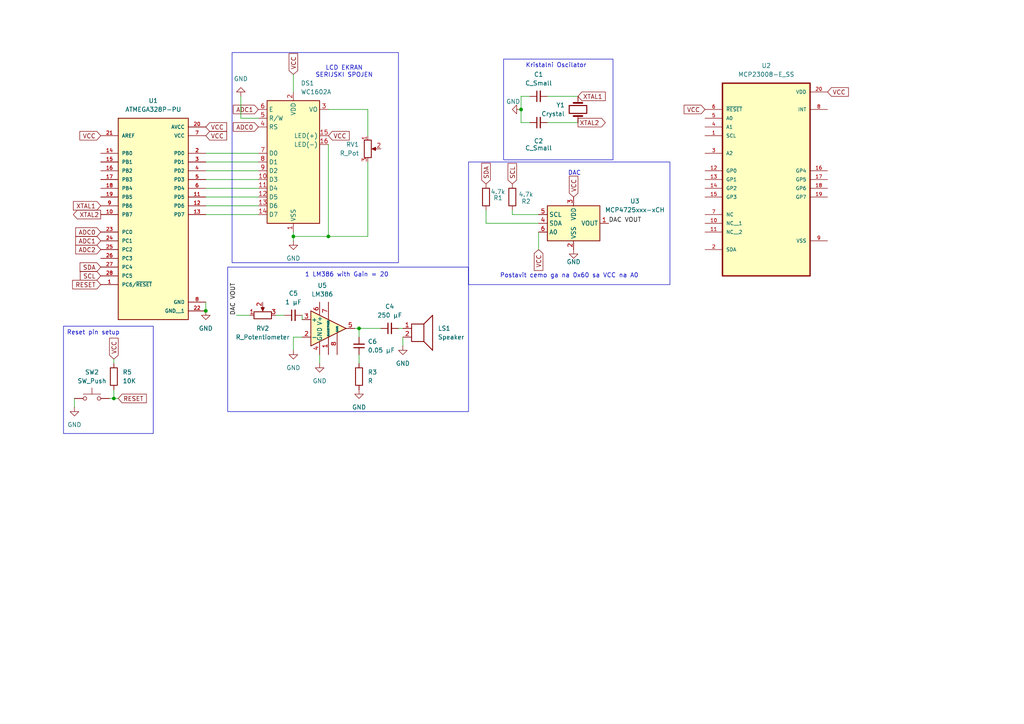
<source format=kicad_sch>
(kicad_sch (version 20250114) (generator "eeschema") (generator_version "9.0")
  (paper "A4")
  (lib_symbols
    (symbol "ATMEGA328P-PU:ATMEGA328P-PU" (pin_names (offset 1.016))
      (property "Reference" "U" (at -10.1706 28.9861 0))
      (property "Value" "ATMEGA328P-PU" (at -10.168 -34.0607 0))
      (symbol "ATMEGA328P-PU_0_0"
        (rectangle (start -10.16 -30.48) (end 10.16 27.94) (stroke (width 0.254)) (fill (type background)))
        (pin input line (at -15.24 22.86 0) (length 5.08) (name "AREF") (number "21"))
        (pin bidirectional line (at -15.24 17.78 0) (length 5.08) (name "PB0") (number "14"))
        (pin bidirectional line (at -15.24 15.24 0) (length 5.08) (name "PB1") (number "15"))
        (pin bidirectional line (at -15.24 12.7 0) (length 5.08) (name "PB2") (number "16"))
        (pin bidirectional line (at -15.24 10.16 0) (length 5.08) (name "PB3") (number "17"))
        (pin bidirectional line (at -15.24 7.62 0) (length 5.08) (name "PB4") (number "18"))
        (pin bidirectional line (at -15.24 5.08 0) (length 5.08) (name "PB5") (number "19"))
        (pin bidirectional line (at -15.24 2.54 0) (length 5.08) (name "PB6") (number "9"))
        (pin bidirectional line (at -15.24 0 0) (length 5.08) (name "PB7") (number "10"))
        (pin bidirectional line (at -15.24 -5.08 0) (length 5.08) (name "PC0") (number "23"))
        (pin bidirectional line (at -15.24 -7.62 0) (length 5.08) (name "PC1") (number "24"))
        (pin bidirectional line (at -15.24 -10.16 0) (length 5.08) (name "PC2") (number "25"))
        (pin bidirectional line (at -15.24 -12.7 0) (length 5.08) (name "PC3") (number "26"))
        (pin bidirectional line (at -15.24 -15.24 0) (length 5.08) (name "PC4") (number "27"))
        (pin bidirectional line (at -15.24 -17.78 0) (length 5.08) (name "PC5") (number "28"))
        (pin bidirectional line (at -15.24 -20.32 0) (length 5.08) (name "PC6/~{RESET}") (number "1"))
        (pin power_in line (at 15.24 25.4 180) (length 5.08) (name "AVCC") (number "20"))
        (pin power_in line (at 15.24 22.86 180) (length 5.08) (name "VCC") (number "7"))
        (pin bidirectional line (at 15.24 17.78 180) (length 5.08) (name "PD0") (number "2"))
        (pin bidirectional line (at 15.24 15.24 180) (length 5.08) (name "PD1") (number "3"))
        (pin bidirectional line (at 15.24 12.7 180) (length 5.08) (name "PD2") (number "4"))
        (pin bidirectional line (at 15.24 10.16 180) (length 5.08) (name "PD3") (number "5"))
        (pin bidirectional line (at 15.24 7.62 180) (length 5.08) (name "PD4") (number "6"))
        (pin bidirectional line (at 15.24 5.08 180) (length 5.08) (name "PD5") (number "11"))
        (pin bidirectional line (at 15.24 2.54 180) (length 5.08) (name "PD6") (number "12"))
        (pin bidirectional line (at 15.24 0 180) (length 5.08) (name "PD7") (number "13"))
        (pin power_in line (at 15.24 -25.4 180) (length 5.08) (name "GND") (number "8"))
        (pin power_in line (at 15.24 -27.94 180) (length 5.08) (name "GND__1") (number "22"))
      )
    )
    (symbol "Amplifier_Audio:LM386" (pin_names (offset 0.127))
      (property "Reference" "U" (at 1.27 7.62 0))
      (property "Value" "LM386" (at 1.27 5.08 0))
      (symbol "LM386_0_1"
        (polyline (pts (xy 5.08 0) (xy -5.08 5.08) (xy -5.08 -5.08) (xy 5.08 0)) (stroke (width 0.254)) (fill (type background)))
      )
      (symbol "LM386_1_1"
        (pin input line (at -7.62 2.54 0) (length 2.54) (name "+") (number "3"))
        (pin input line (at -7.62 -2.54 0) (length 2.54) (name "-") (number "2"))
        (pin power_in line (at -2.54 7.62 270) (length 3.81) (name "V+") (number "6"))
        (pin power_in line (at -2.54 -7.62 90) (length 3.81) (name "GND") (number "4"))
        (pin input line (at 0 7.62 270) (length 5.08) (name "BYPASS") (number "7"))
        (pin input line (at 0 -7.62 90) (length 5.08) (name "GAIN") (number "1"))
        (pin input line (at 2.54 -7.62 90) (length 6.35) (name "GAIN") (number "8"))
        (pin output line (at 7.62 0 180) (length 2.54) (name "~") (number "5"))
      )
    )
    (symbol "Analog_DAC:MCP4725xxx-xCH"
      (property "Reference" "U" (at -6.35 6.35 0))
      (property "Value" "MCP4725xxx-xCH" (at 8.89 6.35 0))
      (symbol "MCP4725xxx-xCH_0_1"
        (rectangle (start -7.62 5.08) (end 7.62 -5.08) (stroke (width 0.254)) (fill (type background)))
      )
      (symbol "MCP4725xxx-xCH_1_1"
        (pin input line (at -10.16 2.54 0) (length 2.54) (name "SCL") (number "5"))
        (pin bidirectional line (at -10.16 0 0) (length 2.54) (name "SDA") (number "4"))
        (pin input line (at -10.16 -2.54 0) (length 2.54) (name "A0") (number "6"))
        (pin power_in line (at 0 7.62 270) (length 2.54) (name "VDD") (number "3"))
        (pin power_in line (at 0 -7.62 90) (length 2.54) (name "VSS") (number "2"))
        (pin output line (at 10.16 0 180) (length 2.54) (name "VOUT") (number "1"))
      )
    )
    (symbol "Device:C_Small" (pin_numbers (hide yes)) (pin_names (offset 0.254) (hide yes))
      (property "Reference" "C" (at 0.254 1.778 0))
      (property "Value" "C_Small" (at 0.254 -2.032 0))
      (symbol "C_Small_0_1"
        (polyline (pts (xy -1.524 0.508) (xy 1.524 0.508)) (stroke (width 0.3048)))
        (polyline (pts (xy -1.524 -0.508) (xy 1.524 -0.508)) (stroke (width 0.3302)))
      )
      (symbol "C_Small_1_1"
        (pin passive line (at 0 2.54 270) (length 2.032) (name "~") (number "1"))
        (pin passive line (at 0 -2.54 90) (length 2.032) (name "~") (number "2"))
      )
    )
    (symbol "Device:Crystal" (pin_numbers (hide yes)) (pin_names (offset 1.016) (hide yes))
      (property "Reference" "Y" (at 0 3.81 0))
      (property "Value" "Crystal" (at 0 -3.81 0))
      (symbol "Crystal_0_1"
        (polyline (pts (xy -2.54 0) (xy -1.905 0)))
        (polyline (pts (xy -1.905 -1.27) (xy -1.905 1.27)) (stroke (width 0.508)))
        (rectangle (start -1.143 2.54) (end 1.143 -2.54) (stroke (width 0.3048)))
        (polyline (pts (xy 1.905 -1.27) (xy 1.905 1.27)) (stroke (width 0.508)))
        (polyline (pts (xy 2.54 0) (xy 1.905 0)))
      )
      (symbol "Crystal_1_1"
        (pin passive line (at -3.81 0 0) (length 1.27) (name "1") (number "1"))
        (pin passive line (at 3.81 0 180) (length 1.27) (name "2") (number "2"))
      )
    )
    (symbol "Device:R" (pin_numbers (hide yes)) (pin_names (offset 0))
      (property "Reference" "R" (at 2.032 0 90))
      (property "Value" "R" (at 0 0 90))
      (symbol "R_0_1"
        (rectangle (start -1.016 -2.54) (end 1.016 2.54) (stroke (width 0.254)))
      )
      (symbol "R_1_1"
        (pin passive line (at 0 3.81 270) (length 1.27) (name "~") (number "1"))
        (pin passive line (at 0 -3.81 90) (length 1.27) (name "~") (number "2"))
      )
    )
    (symbol "Device:R_Potentiometer" (pin_names (offset 1.016) (hide yes))
      (property "Reference" "RV" (at -4.445 0 90))
      (property "Value" "R_Potentiometer" (at -2.54 0 90))
      (symbol "R_Potentiometer_0_1"
        (rectangle (start 1.016 2.54) (end -1.016 -2.54) (stroke (width 0.254)))
        (polyline (pts (xy 1.143 0) (xy 2.286 0.508) (xy 2.286 -0.508) (xy 1.143 0)) (fill (type outline)))
        (polyline (pts (xy 2.54 0) (xy 1.524 0)))
      )
      (symbol "R_Potentiometer_1_1"
        (pin passive line (at 0 3.81 270) (length 1.27) (name "1") (number "1"))
        (pin passive line (at 0 -3.81 90) (length 1.27) (name "3") (number "3"))
        (pin passive line (at 3.81 0 180) (length 1.27) (name "2") (number "2"))
      )
    )
    (symbol "Device:Speaker" (pin_names (offset 0) (hide yes))
      (property "Reference" "LS" (at 1.27 5.715 0))
      (property "Value" "Speaker" (at 1.27 3.81 0))
      (symbol "Speaker_0_0"
        (rectangle (start -2.54 1.27) (end 1.016 -3.81) (stroke (width 0.254)))
        (polyline (pts (xy 1.016 1.27) (xy 3.556 3.81) (xy 3.556 -6.35) (xy 1.016 -3.81)) (stroke (width 0.254)))
      )
      (symbol "Speaker_1_1"
        (pin input line (at -5.08 0 0) (length 2.54) (name "1") (number "1"))
        (pin input line (at -5.08 -2.54 0) (length 2.54) (name "2") (number "2"))
      )
    )
    (symbol "Display_Character:WC1602A"
      (property "Reference" "DS" (at -5.842 19.05 0))
      (property "Value" "WC1602A" (at 5.334 19.05 0))
      (symbol "WC1602A_1_1"
        (rectangle (start -7.62 17.78) (end 7.62 -17.78) (stroke (width 0.254)) (fill (type background)))
        (pin input line (at -10.16 15.24 0) (length 2.54) (name "E") (number "6"))
        (pin input line (at -10.16 12.7 0) (length 2.54) (name "R/W") (number "5"))
        (pin input line (at -10.16 10.16 0) (length 2.54) (name "RS") (number "4"))
        (pin input line (at -10.16 2.54 0) (length 2.54) (name "D0") (number "7"))
        (pin input line (at -10.16 0 0) (length 2.54) (name "D1") (number "8"))
        (pin input line (at -10.16 -2.54 0) (length 2.54) (name "D2") (number "9"))
        (pin input line (at -10.16 -5.08 0) (length 2.54) (name "D3") (number "10"))
        (pin input line (at -10.16 -7.62 0) (length 2.54) (name "D4") (number "11"))
        (pin input line (at -10.16 -10.16 0) (length 2.54) (name "D5") (number "12"))
        (pin input line (at -10.16 -12.7 0) (length 2.54) (name "D6") (number "13"))
        (pin input line (at -10.16 -15.24 0) (length 2.54) (name "D7") (number "14"))
        (pin power_in line (at 0 20.32 270) (length 2.54) (name "VDD") (number "2"))
        (pin power_in line (at 0 -20.32 90) (length 2.54) (name "VSS") (number "1"))
        (pin input line (at 10.16 15.24 180) (length 2.54) (name "VO") (number "3"))
        (pin power_in line (at 10.16 7.62 180) (length 2.54) (name "LED(+)") (number "15"))
        (pin power_in line (at 10.16 5.08 180) (length 2.54) (name "LED(-)") (number "16"))
      )
    )
    (symbol "MCP23008-E_SS:MCP23008-E_SS" (pin_names (offset 1.016))
      (property "Reference" "U" (at -12.7 26.4 0))
      (property "Value" "MCP23008-E_SS" (at -12.7 -34.48 0))
      (symbol "MCP23008-E_SS_0_0"
        (rectangle (start -12.7 -30.48) (end 12.7 25.4) (stroke (width 0.41)) (fill (type background)))
        (pin input line (at -17.78 17.78 0) (length 5.08) (name "~{RESET}") (number "6"))
        (pin input line (at -17.78 15.24 0) (length 5.08) (name "A0") (number "5"))
        (pin input line (at -17.78 12.7 0) (length 5.08) (name "A1") (number "4"))
        (pin input line (at -17.78 10.16 0) (length 5.08) (name "SCL") (number "1"))
        (pin bidirectional line (at -17.78 5.08 0) (length 5.08) (name "A2") (number "3"))
        (pin bidirectional line (at -17.78 0 0) (length 5.08) (name "GP0") (number "12"))
        (pin bidirectional line (at -17.78 -2.54 0) (length 5.08) (name "GP1") (number "13"))
        (pin bidirectional line (at -17.78 -5.08 0) (length 5.08) (name "GP2") (number "14"))
        (pin bidirectional line (at -17.78 -7.62 0) (length 5.08) (name "GP3") (number "15"))
        (pin bidirectional line (at -17.78 -12.7 0) (length 5.08) (name "NC") (number "7"))
        (pin bidirectional line (at -17.78 -15.24 0) (length 5.08) (name "NC__1") (number "10"))
        (pin bidirectional line (at -17.78 -17.78 0) (length 5.08) (name "NC__2") (number "11"))
        (pin bidirectional line (at -17.78 -22.86 0) (length 5.08) (name "SDA") (number "2"))
        (pin power_in line (at 17.78 22.86 180) (length 5.08) (name "VDD") (number "20"))
        (pin output line (at 17.78 17.78 180) (length 5.08) (name "INT") (number "8"))
        (pin bidirectional line (at 17.78 0 180) (length 5.08) (name "GP4") (number "16"))
        (pin bidirectional line (at 17.78 -2.54 180) (length 5.08) (name "GP5") (number "17"))
        (pin bidirectional line (at 17.78 -5.08 180) (length 5.08) (name "GP6") (number "18"))
        (pin bidirectional line (at 17.78 -7.62 180) (length 5.08) (name "GP7") (number "19"))
        (pin power_in line (at 17.78 -20.32 180) (length 5.08) (name "VSS") (number "9"))
      )
    )
    (symbol "Switch:SW_Push" (pin_numbers (hide yes)) (pin_names (offset 1.016) (hide yes))
      (property "Reference" "SW" (at 1.27 2.54 0))
      (property "Value" "SW_Push" (at 0 -1.524 0))
      (symbol "SW_Push_0_1"
        (circle (center -2.032 0) (radius 0.508))
        (polyline (pts (xy 0 1.27) (xy 0 3.048)))
        (circle (center 2.032 0) (radius 0.508))
        (polyline (pts (xy 2.54 1.27) (xy -2.54 1.27)))
        (pin passive line (at -5.08 0 0) (length 2.54) (name "1") (number "1"))
        (pin passive line (at 5.08 0 180) (length 2.54) (name "2") (number "2"))
      )
    )
    (symbol "power:GND" (power) (pin_numbers (hide yes)) (pin_names (offset 0) (hide yes))
      (property "Value" "GND" (at 0 -3.81 0))
      (symbol "GND_0_1"
        (polyline (pts (xy 0 0) (xy 0 -1.27) (xy 1.27 -1.27) (xy 0 -2.54) (xy -1.27 -1.27) (xy 0 -1.27)))
      )
      (symbol "GND_1_1"
        (pin power_in line (at 0 0 270) (length 0) (name "~") (number "1"))
      )
    )
  )
  (rectangle (start 146.05 17.145) (end 177.8 46.355))
  (rectangle (start 135.89 46.99) (end 194.31 82.55))
  (rectangle (start 66.04 77.47) (end 135.89 119.38))
  (rectangle (start 67.31 15.24) (end 115.57 76.2))
  (text "LCD EKRAN\nSERIJSKI SPOJEN" (at 99.822 20.828 0) (effects (font (size 1.27 1.27))))
  (text "Postavit cemo ga na 0x60 sa VCC na A0" (at 165.1 80.01 0) (effects (font (size 1.27 1.27))))
  (text "Kristalni Oscilator" (at 161.29 19.05 0) (effects (font (size 1.27 1.27))))
  (text "1 LM386 with Gain = 20" (at 100.584 79.756 0) (effects (font (size 1.27 1.27))))
  (text "DAC\n" (at 166.624 50.292 0) (effects (font (size 1.27 1.27))))
  (text_box "Reset pin setup\n" (at 18.415 94.615 0) (size 26.035 31.115) (margins 0.9525 0.9525 0.9525 0.9525) (effects (font (size 1.27 1.27)) (justify left top)))
  (junction (at 33.02 115.57))
  (junction (at 59.69 90.17))
  (junction (at 85.09 68.58))
  (junction (at 104.14 95.25))
  (junction (at 151.13 31.75))
  (junction (at 95.25 68.58))
  (wire (pts (xy 33.02 104.14) (xy 33.02 105.41)))
  (wire (pts (xy 85.09 68.58) (xy 85.09 67.31)))
  (wire (pts (xy 85.09 21.59) (xy 85.09 26.67)))
  (wire (pts (xy 85.09 69.85) (xy 85.09 68.58)))
  (wire (pts (xy 59.69 52.07) (xy 74.93 52.07)))
  (wire (pts (xy 87.63 91.44) (xy 87.63 92.71)))
  (wire (pts (xy 33.02 113.03) (xy 33.02 115.57)))
  (wire (pts (xy 148.59 62.23) (xy 148.59 60.96)))
  (wire (pts (xy 59.69 87.63) (xy 59.69 90.17)))
  (wire (pts (xy 156.21 67.31) (xy 156.21 72.39)))
  (wire (pts (xy 158.75 35.56) (xy 167.64 35.56)))
  (wire (pts (xy 87.63 97.79) (xy 85.09 97.79)))
  (wire (pts (xy 116.84 100.33) (xy 116.84 97.79)))
  (wire (pts (xy 151.13 31.75) (xy 151.13 35.56)))
  (wire (pts (xy 158.75 27.94) (xy 167.64 27.94)))
  (wire (pts (xy 69.85 34.29) (xy 74.93 34.29)))
  (wire (pts (xy 106.68 31.75) (xy 106.68 39.37)))
  (wire (pts (xy 31.75 115.57) (xy 33.02 115.57)))
  (wire (pts (xy 33.02 115.57) (xy 34.29 115.57)))
  (wire (pts (xy 85.09 68.58) (xy 95.25 68.58)))
  (wire (pts (xy 95.25 68.58) (xy 106.68 68.58)))
  (wire (pts (xy 104.14 95.25) (xy 110.49 95.25)))
  (wire (pts (xy 140.97 64.77) (xy 140.97 60.96)))
  (wire (pts (xy 104.14 95.25) (xy 104.14 97.79)))
  (wire (pts (xy 156.21 64.77) (xy 140.97 64.77)))
  (wire (pts (xy 104.14 102.87) (xy 104.14 105.41)))
  (wire (pts (xy 68.58 91.44) (xy 72.39 91.44)))
  (wire (pts (xy 59.69 62.23) (xy 74.93 62.23)))
  (wire (pts (xy 80.01 91.44) (xy 82.55 91.44)))
  (wire (pts (xy 59.69 44.45) (xy 74.93 44.45)))
  (wire (pts (xy 95.25 41.91) (xy 95.25 68.58)))
  (wire (pts (xy 69.85 27.94) (xy 69.85 34.29)))
  (wire (pts (xy 151.13 27.94) (xy 151.13 31.75)))
  (wire (pts (xy 102.87 95.25) (xy 104.14 95.25)))
  (wire (pts (xy 151.13 35.56) (xy 153.67 35.56)))
  (wire (pts (xy 115.57 95.25) (xy 116.84 95.25)))
  (wire (pts (xy 59.69 49.53) (xy 74.93 49.53)))
  (wire (pts (xy 156.21 62.23) (xy 148.59 62.23)))
  (wire (pts (xy 106.68 46.99) (xy 106.68 68.58)))
  (wire (pts (xy 85.09 97.79) (xy 85.09 101.6)))
  (wire (pts (xy 59.69 57.15) (xy 74.93 57.15)))
  (wire (pts (xy 59.69 46.99) (xy 74.93 46.99)))
  (wire (pts (xy 92.71 102.87) (xy 92.71 105.41)))
  (wire (pts (xy 59.69 54.61) (xy 74.93 54.61)))
  (wire (pts (xy 59.69 59.69) (xy 74.93 59.69)))
  (wire (pts (xy 153.67 27.94) (xy 151.13 27.94)))
  (wire (pts (xy 21.59 115.57) (xy 21.59 118.11)))
  (wire (pts (xy 106.68 31.75) (xy 95.25 31.75)))
  (label "DAC VOUT " (at 176.53 64.77 0))
  (label "DAC VOUT " (at 68.58 91.44 90))
  (global_label "XTAL1" (shape input) (at 167.64 27.94 0) (property "Intersheetrefs" "${INTERSHEET_REFS}" (effects (hide yes))))
  (global_label "SDA" (shape input) (at 140.97 53.34 90) (property "Intersheetrefs" "${INTERSHEET_REFS}" (effects (hide yes))))
  (global_label "VCC" (shape input) (at 33.02 104.14 90) (property "Intersheetrefs" "${INTERSHEET_REFS}" (effects (hide yes))))
  (global_label "ADC2" (shape input) (at 29.21 72.39 180) (property "Intersheetrefs" "${INTERSHEET_REFS}" (effects (hide yes))))
  (global_label "VCC" (shape input) (at 156.21 72.39 270) (property "Intersheetrefs" "${INTERSHEET_REFS}" (effects (hide yes))))
  (global_label "ADC1" (shape input) (at 74.93 31.75 180) (property "Intersheetrefs" "${INTERSHEET_REFS}" (effects (hide yes))))
  (global_label "VCC" (shape input) (at 95.25 39.37 0) (property "Intersheetrefs" "${INTERSHEET_REFS}" (effects (hide yes))))
  (global_label "ADC0" (shape input) (at 74.93 36.83 180) (property "Intersheetrefs" "${INTERSHEET_REFS}" (effects (hide yes))))
  (global_label "XTAL1" (shape input) (at 29.21 59.69 180) (property "Intersheetrefs" "${INTERSHEET_REFS}" (effects (hide yes))))
  (global_label "SCL" (shape input) (at 148.59 53.34 90) (property "Intersheetrefs" "${INTERSHEET_REFS}" (effects (hide yes))))
  (global_label "SCL" (shape input) (at 29.21 80.01 180) (property "Intersheetrefs" "${INTERSHEET_REFS}" (effects (hide yes))))
  (global_label "VCC" (shape input) (at 59.69 36.83 0) (property "Intersheetrefs" "${INTERSHEET_REFS}" (effects (hide yes))))
  (global_label "VCC" (shape input) (at 59.69 39.37 0) (property "Intersheetrefs" "${INTERSHEET_REFS}" (effects (hide yes))))
  (global_label "XTAL2" (shape output) (at 167.64 35.56 0) (property "Intersheetrefs" "${INTERSHEET_REFS}" (effects (hide yes))))
  (global_label "VCC" (shape input) (at 29.21 39.37 180) (property "Intersheetrefs" "${INTERSHEET_REFS}" (effects (hide yes))))
  (global_label "ADC1" (shape input) (at 29.21 69.85 180) (property "Intersheetrefs" "${INTERSHEET_REFS}" (effects (hide yes))))
  (global_label "RESET" (shape input) (at 34.29 115.57 0) (property "Intersheetrefs" "${INTERSHEET_REFS}" (effects (hide yes))))
  (global_label "XTAL2" (shape output) (at 29.21 62.23 180) (property "Intersheetrefs" "${INTERSHEET_REFS}" (effects (hide yes))))
  (global_label "VCC" (shape input) (at 166.37 57.15 90) (property "Intersheetrefs" "${INTERSHEET_REFS}" (effects (hide yes))))
  (global_label "VCC" (shape input) (at 204.47 31.75 180) (property "Intersheetrefs" "${INTERSHEET_REFS}" (effects (hide yes))))
  (global_label "SDA" (shape input) (at 29.21 77.47 180) (property "Intersheetrefs" "${INTERSHEET_REFS}" (effects (hide yes))))
  (global_label "RESET" (shape input) (at 29.21 82.55 180) (property "Intersheetrefs" "${INTERSHEET_REFS}" (effects (hide yes))))
  (global_label "ADC0" (shape input) (at 29.21 67.31 180) (property "Intersheetrefs" "${INTERSHEET_REFS}" (effects (hide yes))))
  (global_label "VCC" (shape input) (at 85.09 21.59 90) (property "Intersheetrefs" "${INTERSHEET_REFS}" (effects (hide yes))))
  (global_label "VCC" (shape input) (at 240.03 26.67 0) (property "Intersheetrefs" "${INTERSHEET_REFS}" (effects (hide yes))))
  (symbol (lib_id "Device:Crystal") (at 167.64 31.75 90) (mirror x) (unit 1)
    (property "Reference" "Y1" (at 163.83 30.4799 90) (effects (justify left)))
    (property "Value" "Crystal" (at 163.83 33.0199 90) (effects (justify left)))
    (property "Footprint" "Crystal:Crystal_HC18-U_Vertical" (effects (hide yes)))
    (property "Description" "Two pin crystal" (effects (hide yes)))
  )
  (symbol (lib_id "power:GND") (at 85.09 69.85 0) (unit 1)
    (property "Reference" "#PWR04" (effects (hide yes)))
    (property "Value" "GND" (at 85.09 74.93 0))
    (property "Description" "Power symbol creates a global label with name \"GND\" , ground" (effects (hide yes)))
  )
  (symbol (lib_id "Device:C_Small") (at 104.14 100.33 180) (unit 1)
    (property "Reference" "C6" (at 106.68 99.0535 0) (effects (justify right)))
    (property "Value" "0.05 μF" (at 106.68 101.5935 0) (effects (justify right)))
    (property "Description" "Unpolarized capacitor, small symbol" (effects (hide yes)))
  )
  (symbol (lib_id "Display_Character:WC1602A") (at 85.09 46.99 0) (unit 1)
    (property "Reference" "DS1" (at 87.2333 24.13 0) (effects (justify left)))
    (property "Value" "WC1602A" (at 87.2333 26.67 0) (effects (justify left)))
    (property "Footprint" "Display:WC1602A" (effects (hide yes)))
    (property "Datasheet" "http://www.wincomlcd.com/pdf/WC1602A-SFYLYHTC06.pdf" (effects (hide yes)))
    (property "Description" "LCD 16x2 Alphanumeric , 8 bit parallel bus, 5V VDD" (effects (hide yes)))
  )
  (symbol (lib_id "power:GND") (at 59.69 90.17 0) (unit 1)
    (property "Reference" "#PWR02" (effects (hide yes)))
    (property "Value" "GND" (at 59.69 95.25 0))
    (property "Description" "Power symbol creates a global label with name \"GND\" , ground" (effects (hide yes)))
  )
  (symbol (lib_id "MCP23008-E_SS:MCP23008-E_SS") (at 222.25 49.53 0) (unit 1)
    (property "Reference" "U2" (at 222.25 19.05 0))
    (property "Value" "MCP23008-E_SS" (at 222.25 21.59 0))
    (property "Footprint" "MCP23008-E_SS:SOP65P780X200-20N" (effects (hide yes)))
  )
  (symbol (lib_id "Device:C_Small") (at 85.09 91.44 90) (unit 1)
    (property "Reference" "C5" (at 85.0963 85.09 90))
    (property "Value" "1 μF" (at 85.0963 87.63 90))
    (property "Description" "Unpolarized capacitor, small symbol" (effects (hide yes)))
  )
  (symbol (lib_id "Device:Speaker") (at 121.92 95.25 0) (unit 1)
    (property "Reference" "LS1" (at 127 95.2499 0) (effects (justify left)))
    (property "Value" "Speaker" (at 127 97.7899 0) (effects (justify left)))
    (property "Description" "Speaker" (effects (hide yes)))
  )
  (symbol (lib_id "Device:R") (at 148.59 57.15 180) (unit 1)
    (property "Reference" "R2" (at 153.924 58.42 0) (effects (justify left)))
    (property "Value" "4.7k" (at 154.686 56.388 0) (effects (justify left)))
    (property "Footprint" "Resistor_SMD:R_0201_0603Metric" (effects (hide yes)))
    (property "Description" "Resistor" (effects (hide yes)))
  )
  (symbol (lib_id "power:GND") (at 21.59 118.11 0) (unit 1)
    (property "Reference" "#PWR011" (effects (hide yes)))
    (property "Value" "GND" (at 21.59 123.19 0))
    (property "Description" "Power symbol creates a global label with name \"GND\" , ground" (effects (hide yes)))
  )
  (symbol (lib_id "Device:R_Potentiometer") (at 106.68 43.18 0) (unit 1)
    (property "Reference" "RV1" (at 104.14 41.9099 0) (effects (justify right)))
    (property "Value" "R_Pot" (at 104.14 44.4499 0) (effects (justify right)))
    (property "Description" "Potentiometer" (effects (hide yes)))
  )
  (symbol (lib_id "Device:R_Potentiometer") (at 76.2 91.44 90) (unit 1)
    (property "Reference" "RV2" (at 76.2 95.25 90))
    (property "Value" "R_Potentiometer" (at 76.2 97.79 90))
    (property "Description" "Potentiometer" (effects (hide yes)))
  )
  (symbol (lib_id "Device:C_Small") (at 156.21 27.94 90) (unit 1)
    (property "Reference" "C1" (at 156.2163 21.59 90))
    (property "Value" "C_Small" (at 156.2163 24.13 90))
    (property "Description" "Unpolarized capacitor, small symbol" (effects (hide yes)))
  )
  (symbol (lib_id "power:GND") (at 104.14 113.03 0) (unit 1)
    (property "Reference" "#PWR09" (effects (hide yes)))
    (property "Value" "GND" (at 104.14 118.11 0))
    (property "Description" "Power symbol creates a global label with name \"GND\" , ground" (effects (hide yes)))
  )
  (symbol (lib_id "power:GND") (at 116.84 100.33 0) (unit 1)
    (property "Reference" "#PWR06" (effects (hide yes)))
    (property "Value" "GND" (at 116.84 105.41 0))
    (property "Description" "Power symbol creates a global label with name \"GND\" , ground" (effects (hide yes)))
  )
  (symbol (lib_id "Switch:SW_Push") (at 26.67 115.57 0) (unit 1)
    (property "Reference" "SW2" (at 26.67 107.95 0))
    (property "Value" "SW_Push" (at 26.67 110.49 0))
    (property "Description" "Push button switch, generic, two pins" (effects (hide yes)))
  )
  (symbol (lib_id "Analog_DAC:MCP4725xxx-xCH") (at 166.37 64.77 0) (unit 1)
    (property "Reference" "U3" (at 184.15 58.3498 0))
    (property "Value" "MCP4725xxx-xCH" (at 184.15 60.8898 0))
    (property "Footprint" "Package_TO_SOT_SMD:SOT-23-6" (effects (hide yes)))
    (property "Datasheet" "http://ww1.microchip.com/downloads/en/DeviceDoc/22039d.pdf" (effects (hide yes)))
    (property "Description" "12-bit Digital-to-Analog Converter, integrated EEPROM, I2C interface, SOT-23-6" (effects (hide yes)))
  )
  (symbol (lib_id "Amplifier_Audio:LM386") (at 95.25 95.25 0) (unit 1)
    (property "Reference" "U5" (at 93.472 82.804 0))
    (property "Value" "LM386" (at 93.472 85.344 0))
    (property "Datasheet" "http://www.ti.com/lit/ds/symlink/lm386.pdf" (effects (hide yes)))
    (property "Description" "Low Voltage Audio Power Amplifier, DIP-8/SOIC-8/SSOP-8" (effects (hide yes)))
  )
  (symbol (lib_id "Device:R") (at 33.02 109.22 0) (unit 1)
    (property "Reference" "R5" (at 35.56 107.9499 0) (effects (justify left)))
    (property "Value" "10K" (at 35.56 110.4899 0) (effects (justify left)))
    (property "Description" "Resistor" (effects (hide yes)))
  )
  (symbol (lib_id "Device:C_Small") (at 156.21 35.56 90) (unit 1)
    (property "Reference" "C2" (at 156.21 40.894 90))
    (property "Value" "C_Small" (at 156.21 42.926 90))
    (property "Description" "Unpolarized capacitor, small symbol" (effects (hide yes)))
  )
  (symbol (lib_id "power:GND") (at 151.13 31.75 270) (unit 1)
    (property "Reference" "#PWR01" (effects (hide yes)))
    (property "Value" "GND" (at 148.844 29.464 90))
    (property "Description" "Power symbol creates a global label with name \"GND\" , ground" (effects (hide yes)))
  )
  (symbol (lib_id "power:GND") (at 85.09 101.6 0) (unit 1)
    (property "Reference" "#PWR07" (effects (hide yes)))
    (property "Value" "GND" (at 85.09 106.68 0))
    (property "Description" "Power symbol creates a global label with name \"GND\" , ground" (effects (hide yes)))
  )
  (symbol (lib_id "Device:R") (at 104.14 109.22 0) (unit 1)
    (property "Reference" "R3" (at 106.68 107.9499 0) (effects (justify left)))
    (property "Value" "R" (at 106.68 110.4899 0) (effects (justify left)))
    (property "Description" "Resistor" (effects (hide yes)))
  )
  (symbol (lib_id "Device:R") (at 140.97 57.15 180) (unit 1)
    (property "Reference" "R1" (at 145.796 57.404 0) (effects (justify left)))
    (property "Value" "4.7k" (at 146.558 55.626 0) (effects (justify left)))
    (property "Footprint" "Resistor_SMD:R_0201_0603Metric" (effects (hide yes)))
    (property "Description" "Resistor" (effects (hide yes)))
  )
  (symbol (lib_id "Device:C_Small") (at 113.03 95.25 90) (unit 1)
    (property "Reference" "C4" (at 113.0363 88.9 90))
    (property "Value" "250 μF" (at 113.0363 91.44 90))
    (property "Description" "Unpolarized capacitor, small symbol" (effects (hide yes)))
  )
  (symbol (lib_id "power:GND") (at 69.85 27.94 180) (unit 1)
    (property "Reference" "#PWR010" (effects (hide yes)))
    (property "Value" "GND" (at 69.85 22.86 0))
    (property "Description" "Power symbol creates a global label with name \"GND\" , ground" (effects (hide yes)))
  )
  (symbol (lib_id "power:GND") (at 166.37 72.39 0) (unit 1)
    (property "Reference" "#PWR03" (effects (hide yes)))
    (property "Value" "GND" (at 166.37 75.946 0))
    (property "Description" "Power symbol creates a global label with name \"GND\" , ground" (effects (hide yes)))
  )
  (symbol (lib_id "power:GND") (at 92.71 105.41 0) (unit 1)
    (property "Reference" "#PWR08" (effects (hide yes)))
    (property "Value" "GND" (at 92.71 110.49 0))
    (property "Description" "Power symbol creates a global label with name \"GND\" , ground" (effects (hide yes)))
  )
  (symbol (lib_id "ATMEGA328P-PU:ATMEGA328P-PU") (at 44.45 62.23 0) (unit 1)
    (property "Reference" "U1" (at 44.45 29.21 0))
    (property "Value" "ATMEGA328P-PU" (at 44.45 31.75 0))
    (property "Footprint" "ATMEGA328P-PU:DIP794W46P254L2967H457Q28B" (effects (hide yes)))
    (property "MANUFACTURER" "Atmel" (effects (hide yes)))
  )
)
</source>
